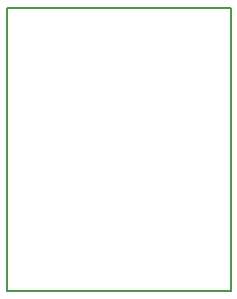
<source format=gbr>
G04 #@! TF.FileFunction,Profile,NP*
%FSLAX45Y45*%
G04 Gerber Fmt 4.5, Leading zero omitted, Abs format (unit mm)*
G04 Created by KiCad (PCBNEW 4.0.7) date 08/11/18 21:21:29*
%MOMM*%
%LPD*%
G01*
G04 APERTURE LIST*
%ADD10C,0.100000*%
%ADD11C,0.150000*%
G04 APERTURE END LIST*
D10*
D11*
X20400000Y-11500000D02*
X18500000Y-11500000D01*
X20400000Y-9100000D02*
X20400000Y-11500000D01*
X18800000Y-9100000D02*
X20400000Y-9100000D01*
X18500000Y-9100000D02*
X18800000Y-9100000D01*
X18500000Y-11500000D02*
X18500000Y-9100000D01*
M02*

</source>
